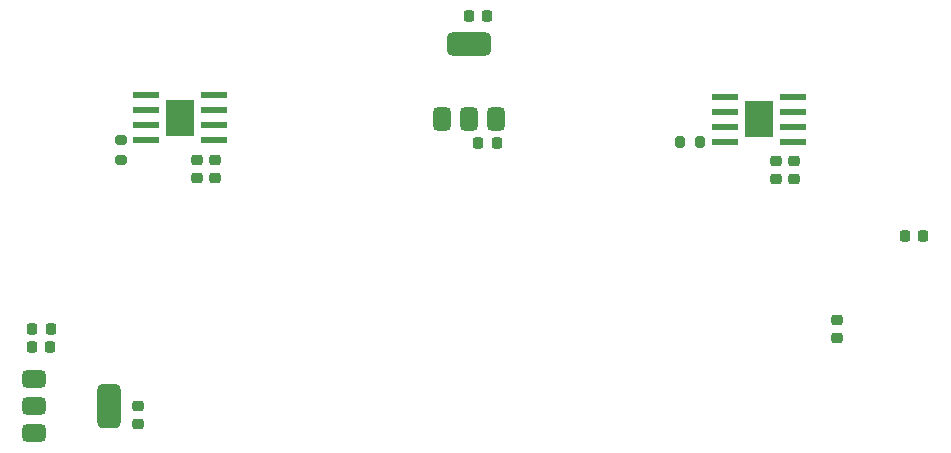
<source format=gtp>
G04 #@! TF.GenerationSoftware,KiCad,Pcbnew,9.0.2+dfsg-1*
G04 #@! TF.CreationDate,2025-08-18T21:53:10-04:00*
G04 #@! TF.ProjectId,Basic_Controller,42617369-635f-4436-9f6e-74726f6c6c65,rev?*
G04 #@! TF.SameCoordinates,Original*
G04 #@! TF.FileFunction,Paste,Top*
G04 #@! TF.FilePolarity,Positive*
%FSLAX46Y46*%
G04 Gerber Fmt 4.6, Leading zero omitted, Abs format (unit mm)*
G04 Created by KiCad (PCBNEW 9.0.2+dfsg-1) date 2025-08-18 21:53:10*
%MOMM*%
%LPD*%
G01*
G04 APERTURE LIST*
G04 Aperture macros list*
%AMRoundRect*
0 Rectangle with rounded corners*
0 $1 Rounding radius*
0 $2 $3 $4 $5 $6 $7 $8 $9 X,Y pos of 4 corners*
0 Add a 4 corners polygon primitive as box body*
4,1,4,$2,$3,$4,$5,$6,$7,$8,$9,$2,$3,0*
0 Add four circle primitives for the rounded corners*
1,1,$1+$1,$2,$3*
1,1,$1+$1,$4,$5*
1,1,$1+$1,$6,$7*
1,1,$1+$1,$8,$9*
0 Add four rect primitives between the rounded corners*
20,1,$1+$1,$2,$3,$4,$5,0*
20,1,$1+$1,$4,$5,$6,$7,0*
20,1,$1+$1,$6,$7,$8,$9,0*
20,1,$1+$1,$8,$9,$2,$3,0*%
G04 Aperture macros list end*
%ADD10R,2.200000X0.500000*%
%ADD11R,2.400000X3.100000*%
%ADD12RoundRect,0.225000X0.250000X-0.225000X0.250000X0.225000X-0.250000X0.225000X-0.250000X-0.225000X0*%
%ADD13RoundRect,0.225000X-0.225000X-0.250000X0.225000X-0.250000X0.225000X0.250000X-0.225000X0.250000X0*%
%ADD14RoundRect,0.200000X0.275000X-0.200000X0.275000X0.200000X-0.275000X0.200000X-0.275000X-0.200000X0*%
%ADD15RoundRect,0.218750X-0.218750X-0.256250X0.218750X-0.256250X0.218750X0.256250X-0.218750X0.256250X0*%
%ADD16RoundRect,0.200000X-0.200000X-0.275000X0.200000X-0.275000X0.200000X0.275000X-0.200000X0.275000X0*%
%ADD17RoundRect,0.375000X-0.625000X-0.375000X0.625000X-0.375000X0.625000X0.375000X-0.625000X0.375000X0*%
%ADD18RoundRect,0.500000X-0.500000X-1.400000X0.500000X-1.400000X0.500000X1.400000X-0.500000X1.400000X0*%
%ADD19RoundRect,0.225000X-0.250000X0.225000X-0.250000X-0.225000X0.250000X-0.225000X0.250000X0.225000X0*%
%ADD20RoundRect,0.375000X0.375000X-0.625000X0.375000X0.625000X-0.375000X0.625000X-0.375000X-0.625000X0*%
%ADD21RoundRect,0.500000X1.400000X-0.500000X1.400000X0.500000X-1.400000X0.500000X-1.400000X-0.500000X0*%
%ADD22RoundRect,0.225000X0.225000X0.250000X-0.225000X0.250000X-0.225000X-0.250000X0.225000X-0.250000X0*%
G04 APERTURE END LIST*
D10*
X138362872Y-41672705D03*
X138362872Y-42942705D03*
X138362872Y-44212705D03*
X138362872Y-45482705D03*
X132612872Y-45482705D03*
X132612872Y-44212705D03*
X132612872Y-42942705D03*
X132612872Y-41672705D03*
D11*
X135487872Y-43577705D03*
D12*
X186000000Y-48785828D03*
X186000000Y-47235828D03*
D13*
X159950000Y-35000000D03*
X161500000Y-35000000D03*
D14*
X130509869Y-47133662D03*
X130509869Y-45483662D03*
D15*
X123000000Y-61500000D03*
X124575000Y-61500000D03*
D12*
X187525539Y-48786376D03*
X187525539Y-47236376D03*
D16*
X177873274Y-45596959D03*
X179523274Y-45596959D03*
D11*
X184507678Y-43689585D03*
D10*
X181632678Y-41784585D03*
X181632678Y-43054585D03*
X181632678Y-44324585D03*
X181632678Y-45594585D03*
X187382678Y-45594585D03*
X187382678Y-44324585D03*
X187382678Y-43054585D03*
X187382678Y-41784585D03*
D17*
X123200000Y-65700000D03*
X123200000Y-68000000D03*
D18*
X129500000Y-68000000D03*
D17*
X123200000Y-70300000D03*
D19*
X132000000Y-67950000D03*
X132000000Y-69500000D03*
D20*
X157700000Y-43650000D03*
X160000000Y-43650000D03*
D21*
X160000000Y-37350000D03*
D20*
X162300000Y-43650000D03*
D12*
X137001284Y-48674210D03*
X137001284Y-47124210D03*
D22*
X198445741Y-53574114D03*
X196895741Y-53574114D03*
D12*
X191151253Y-62236555D03*
X191151253Y-60686555D03*
D22*
X162337424Y-45701837D03*
X160787424Y-45701837D03*
X124550000Y-63000000D03*
X123000000Y-63000000D03*
D12*
X138526823Y-48674210D03*
X138526823Y-47124210D03*
M02*

</source>
